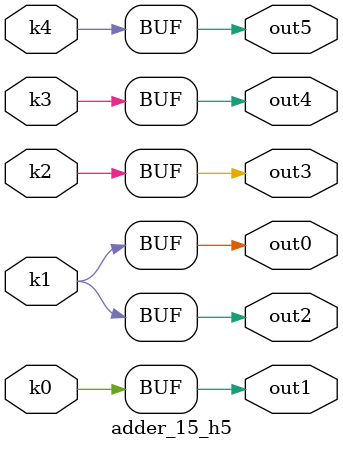
<source format=v>
module adder_15(pi00, pi01, pi02, pi03, pi04, pi05, pi06, pi07, pi08, pi09, po0, po1, po2, po3, po4, po5);
input pi00, pi01, pi02, pi03, pi04, pi05, pi06, pi07, pi08, pi09;
output po0, po1, po2, po3, po4, po5;
wire k0, k1, k2, k3, k4;
adder_15_w5 DUT1 (pi00, pi01, pi02, pi03, pi04, pi05, pi06, pi07, pi08, pi09, k0, k1, k2, k3, k4);
adder_15_h5 DUT2 (k0, k1, k2, k3, k4, po0, po1, po2, po3, po4, po5);
endmodule

module adder_15_w5(in9, in8, in7, in6, in5, in4, in3, in2, in1, in0, k4, k3, k2, k1, k0);
input in9, in8, in7, in6, in5, in4, in3, in2, in1, in0;
output k4, k3, k2, k1, k0;
assign k0 =   ((~in6 | ~in2) & (((~in7 | ~in3) & (((~in8 | ~in4) & ((~in9 & (in1 | ~in5)) | (~in0 & ~in5))) | (~in8 & ~in4))) | (~in7 & ~in3))) | (~in6 & ~in2);
assign k1 =   ((~in6 ^ in2) & (((~in7 | ~in3) & (((~in8 | ~in4) & ((~in9 & (in1 | ~in5)) | (~in0 & ~in5))) | (~in8 & ~in4))) | (~in7 & ~in3))) | ((in6 ^ in2) & ((in7 & in3) | ((in7 | in3) & ((in8 & in4) | ((in8 | in4) & ((~in1 & in5) | (in9 & (in0 | in5))))))));
assign k2 =   ((~in7 ^ in3) & (((~in8 | ~in4) & ((~in9 & (in1 | ~in5)) | (~in0 & ~in5))) | (~in8 & ~in4))) | ((in7 ^ in3) & ((in8 & in4) | ((in8 | in4) & ((~in1 & in5) | (in9 & (in0 | in5))))));
assign k3 =   ((~in8 ^ in4) & ((~in9 & (in1 | ~in5)) | (~in0 & ~in5))) | ((in8 ^ in4) & ((~in1 & in5) | (in9 & (in0 | in5))));
assign k4 =   in9 ? (in5 ? in1 : in0) : (in5 ? ~in1 : ~in0);
endmodule

module adder_15_h5(k4, k3, k2, k1, k0, out5, out4, out3, out2, out1, out0);
input k4, k3, k2, k1, k0;
output out5, out4, out3, out2, out1, out0;
assign out0 = k1;
assign out1 = k0;
assign out2 = k1;
assign out3 = k2;
assign out4 = k3;
assign out5 = k4;
endmodule

</source>
